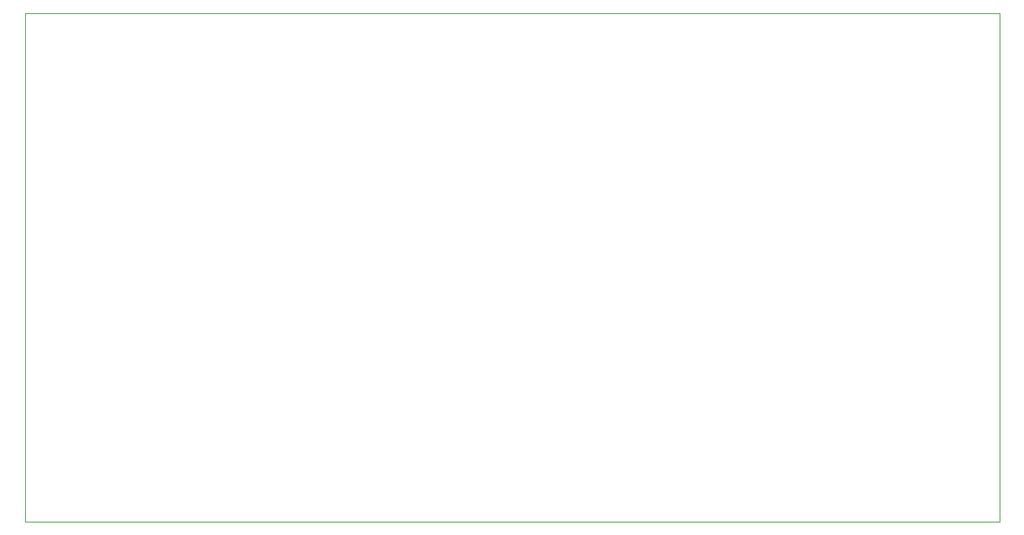
<source format=gbr>
G04 #@! TF.FileFunction,Profile,NP*
%FSLAX46Y46*%
G04 Gerber Fmt 4.6, Leading zero omitted, Abs format (unit mm)*
G04 Created by KiCad (PCBNEW 4.0.7) date Fri Nov 23 17:56:45 2018*
%MOMM*%
%LPD*%
G01*
G04 APERTURE LIST*
%ADD10C,0.100000*%
G04 APERTURE END LIST*
D10*
X120650000Y-71120000D02*
X120650000Y-129540000D01*
X232410000Y-71120000D02*
X120650000Y-71120000D01*
X232410000Y-129540000D02*
X232410000Y-71120000D01*
X120650000Y-129540000D02*
X232410000Y-129540000D01*
M02*

</source>
